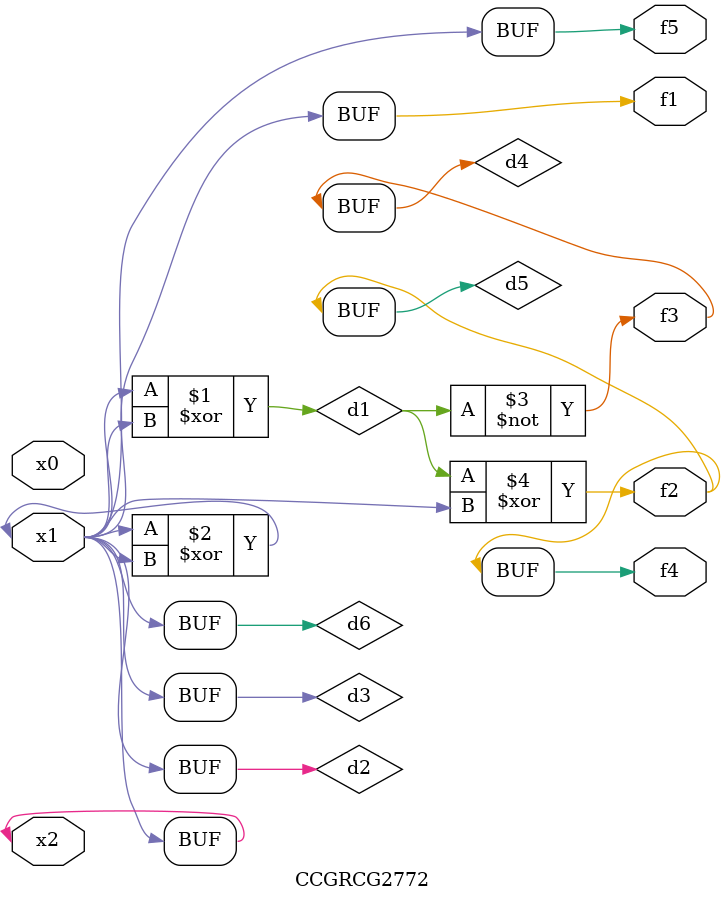
<source format=v>
module CCGRCG2772(
	input x0, x1, x2,
	output f1, f2, f3, f4, f5
);

	wire d1, d2, d3, d4, d5, d6;

	xor (d1, x1, x2);
	buf (d2, x1, x2);
	xor (d3, x1, x2);
	nor (d4, d1);
	xor (d5, d1, d2);
	buf (d6, d2, d3);
	assign f1 = d6;
	assign f2 = d5;
	assign f3 = d4;
	assign f4 = d5;
	assign f5 = d6;
endmodule

</source>
